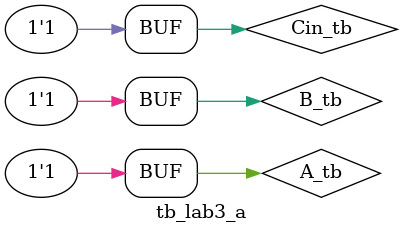
<source format=v>
`timescale 1ns / 1ps

module tb_lab3_a(

    );
    reg A_tb,B_tb,Cin_tb;
    wire Cout_tb,Sum_tb;
    
    f_lab3_a connect(
    .A(A_tb),
    .B(B_tb),
    .Cin(Cin_tb),
    .Cout(Cout_tb),
    .Sum(Sum_tb)
    );

initial begin

A_tb=1'b0;B_tb=1'b0;Cin_tb=1'b0;#50;
A_tb=1'b0;B_tb=1'b0;Cin_tb=1'b1;#50;
A_tb=1'b0;B_tb=1'b1;Cin_tb=1'b0;#50;
A_tb=1'b0;B_tb=1'b1;Cin_tb=1'b1;#50;
A_tb=1'b1;B_tb=1'b0;Cin_tb=1'b0;#50;
A_tb=1'b1;B_tb=1'b0;Cin_tb=1'b1;#50;
A_tb=1'b1;B_tb=1'b1;Cin_tb=1'b0;#50;
A_tb=1'b1;B_tb=1'b1;Cin_tb=1'b1;#50;


end
endmodule

</source>
